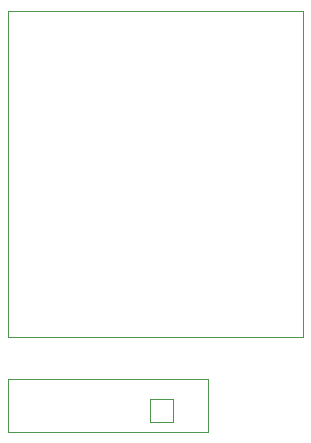
<source format=gbr>
G04 #@! TF.FileFunction,Profile,NP*
%FSLAX46Y46*%
G04 Gerber Fmt 4.6, Leading zero omitted, Abs format (unit mm)*
G04 Created by KiCad (PCBNEW 4.0.2-4+6225~38~ubuntu14.04.1-stable) date Tue 12 Apr 2016 14:07:17 ACST*
%MOMM*%
G01*
G04 APERTURE LIST*
%ADD10C,0.100000*%
G04 APERTURE END LIST*
D10*
X168000000Y-121500000D02*
X168000000Y-126000000D01*
X168000000Y-121500000D02*
X184900000Y-121500000D01*
X184900000Y-121500000D02*
X184900000Y-126000000D01*
X182000000Y-123200000D02*
X182000000Y-125200000D01*
X180000000Y-123200000D02*
X180000000Y-125200000D01*
X180000000Y-125200000D02*
X182000000Y-125200000D01*
X180000000Y-123200000D02*
X182000000Y-123200000D01*
X168000000Y-90400000D02*
X193000000Y-90400000D01*
X193000000Y-118000000D02*
X193000000Y-90400000D01*
X168000000Y-126000000D02*
X184900000Y-126000000D01*
X168000000Y-118000000D02*
X193000000Y-118000000D01*
X168000000Y-118000000D02*
X168000000Y-90400000D01*
M02*

</source>
